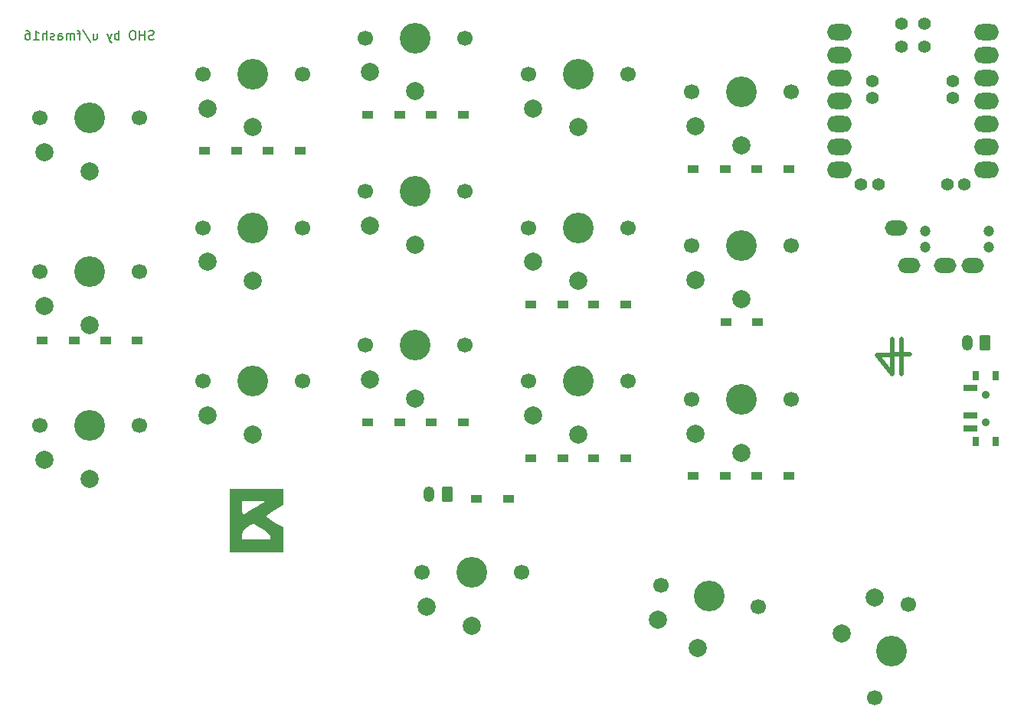
<source format=gbs>
%TF.GenerationSoftware,KiCad,Pcbnew,7.0.1*%
%TF.CreationDate,2023-08-18T18:47:56+06:00*%
%TF.ProjectId,pcb,7063622e-6b69-4636-9164-5f7063625858,rev?*%
%TF.SameCoordinates,Original*%
%TF.FileFunction,Soldermask,Bot*%
%TF.FilePolarity,Negative*%
%FSLAX46Y46*%
G04 Gerber Fmt 4.6, Leading zero omitted, Abs format (unit mm)*
G04 Created by KiCad (PCBNEW 7.0.1) date 2023-08-18 18:47:56*
%MOMM*%
%LPD*%
G01*
G04 APERTURE LIST*
G04 Aperture macros list*
%AMRoundRect*
0 Rectangle with rounded corners*
0 $1 Rounding radius*
0 $2 $3 $4 $5 $6 $7 $8 $9 X,Y pos of 4 corners*
0 Add a 4 corners polygon primitive as box body*
4,1,4,$2,$3,$4,$5,$6,$7,$8,$9,$2,$3,0*
0 Add four circle primitives for the rounded corners*
1,1,$1+$1,$2,$3*
1,1,$1+$1,$4,$5*
1,1,$1+$1,$6,$7*
1,1,$1+$1,$8,$9*
0 Add four rect primitives between the rounded corners*
20,1,$1+$1,$2,$3,$4,$5,0*
20,1,$1+$1,$4,$5,$6,$7,0*
20,1,$1+$1,$6,$7,$8,$9,0*
20,1,$1+$1,$8,$9,$2,$3,0*%
G04 Aperture macros list end*
%ADD10C,0.500000*%
%ADD11C,0.150000*%
%ADD12C,1.700000*%
%ADD13C,3.400000*%
%ADD14C,2.000000*%
%ADD15R,1.300000X0.950000*%
%ADD16C,1.200000*%
%ADD17O,2.500000X1.700000*%
%ADD18RoundRect,0.250000X0.350000X0.625000X-0.350000X0.625000X-0.350000X-0.625000X0.350000X-0.625000X0*%
%ADD19O,1.200000X1.750000*%
%ADD20C,0.900000*%
%ADD21C,1.397000*%
%ADD22R,0.800000X1.000000*%
%ADD23R,1.500000X0.700000*%
%ADD24O,2.750000X1.800000*%
G04 APERTURE END LIST*
D10*
X167210000Y-90225000D02*
X165540000Y-88075000D01*
X167210000Y-90225000D02*
X167210000Y-86325000D01*
X165540000Y-88075000D02*
X169140000Y-88045000D01*
X168240000Y-90245000D02*
X168240000Y-86345000D01*
D11*
X85589523Y-53140000D02*
X85446666Y-53187619D01*
X85446666Y-53187619D02*
X85208571Y-53187619D01*
X85208571Y-53187619D02*
X85113333Y-53140000D01*
X85113333Y-53140000D02*
X85065714Y-53092380D01*
X85065714Y-53092380D02*
X85018095Y-52997142D01*
X85018095Y-52997142D02*
X85018095Y-52901904D01*
X85018095Y-52901904D02*
X85065714Y-52806666D01*
X85065714Y-52806666D02*
X85113333Y-52759047D01*
X85113333Y-52759047D02*
X85208571Y-52711428D01*
X85208571Y-52711428D02*
X85399047Y-52663809D01*
X85399047Y-52663809D02*
X85494285Y-52616190D01*
X85494285Y-52616190D02*
X85541904Y-52568571D01*
X85541904Y-52568571D02*
X85589523Y-52473333D01*
X85589523Y-52473333D02*
X85589523Y-52378095D01*
X85589523Y-52378095D02*
X85541904Y-52282857D01*
X85541904Y-52282857D02*
X85494285Y-52235238D01*
X85494285Y-52235238D02*
X85399047Y-52187619D01*
X85399047Y-52187619D02*
X85160952Y-52187619D01*
X85160952Y-52187619D02*
X85018095Y-52235238D01*
X84589523Y-53187619D02*
X84589523Y-52187619D01*
X84589523Y-52663809D02*
X84018095Y-52663809D01*
X84018095Y-53187619D02*
X84018095Y-52187619D01*
X83351428Y-52187619D02*
X83160952Y-52187619D01*
X83160952Y-52187619D02*
X83065714Y-52235238D01*
X83065714Y-52235238D02*
X82970476Y-52330476D01*
X82970476Y-52330476D02*
X82922857Y-52520952D01*
X82922857Y-52520952D02*
X82922857Y-52854285D01*
X82922857Y-52854285D02*
X82970476Y-53044761D01*
X82970476Y-53044761D02*
X83065714Y-53140000D01*
X83065714Y-53140000D02*
X83160952Y-53187619D01*
X83160952Y-53187619D02*
X83351428Y-53187619D01*
X83351428Y-53187619D02*
X83446666Y-53140000D01*
X83446666Y-53140000D02*
X83541904Y-53044761D01*
X83541904Y-53044761D02*
X83589523Y-52854285D01*
X83589523Y-52854285D02*
X83589523Y-52520952D01*
X83589523Y-52520952D02*
X83541904Y-52330476D01*
X83541904Y-52330476D02*
X83446666Y-52235238D01*
X83446666Y-52235238D02*
X83351428Y-52187619D01*
X81732380Y-53187619D02*
X81732380Y-52187619D01*
X81732380Y-52568571D02*
X81637142Y-52520952D01*
X81637142Y-52520952D02*
X81446666Y-52520952D01*
X81446666Y-52520952D02*
X81351428Y-52568571D01*
X81351428Y-52568571D02*
X81303809Y-52616190D01*
X81303809Y-52616190D02*
X81256190Y-52711428D01*
X81256190Y-52711428D02*
X81256190Y-52997142D01*
X81256190Y-52997142D02*
X81303809Y-53092380D01*
X81303809Y-53092380D02*
X81351428Y-53140000D01*
X81351428Y-53140000D02*
X81446666Y-53187619D01*
X81446666Y-53187619D02*
X81637142Y-53187619D01*
X81637142Y-53187619D02*
X81732380Y-53140000D01*
X80922856Y-52520952D02*
X80684761Y-53187619D01*
X80446666Y-52520952D02*
X80684761Y-53187619D01*
X80684761Y-53187619D02*
X80779999Y-53425714D01*
X80779999Y-53425714D02*
X80827618Y-53473333D01*
X80827618Y-53473333D02*
X80922856Y-53520952D01*
X78875237Y-52520952D02*
X78875237Y-53187619D01*
X79303808Y-52520952D02*
X79303808Y-53044761D01*
X79303808Y-53044761D02*
X79256189Y-53140000D01*
X79256189Y-53140000D02*
X79160951Y-53187619D01*
X79160951Y-53187619D02*
X79018094Y-53187619D01*
X79018094Y-53187619D02*
X78922856Y-53140000D01*
X78922856Y-53140000D02*
X78875237Y-53092380D01*
X77684761Y-52140000D02*
X78541903Y-53425714D01*
X77494284Y-52520952D02*
X77113332Y-52520952D01*
X77351427Y-53187619D02*
X77351427Y-52330476D01*
X77351427Y-52330476D02*
X77303808Y-52235238D01*
X77303808Y-52235238D02*
X77208570Y-52187619D01*
X77208570Y-52187619D02*
X77113332Y-52187619D01*
X76779998Y-53187619D02*
X76779998Y-52520952D01*
X76779998Y-52616190D02*
X76732379Y-52568571D01*
X76732379Y-52568571D02*
X76637141Y-52520952D01*
X76637141Y-52520952D02*
X76494284Y-52520952D01*
X76494284Y-52520952D02*
X76399046Y-52568571D01*
X76399046Y-52568571D02*
X76351427Y-52663809D01*
X76351427Y-52663809D02*
X76351427Y-53187619D01*
X76351427Y-52663809D02*
X76303808Y-52568571D01*
X76303808Y-52568571D02*
X76208570Y-52520952D01*
X76208570Y-52520952D02*
X76065713Y-52520952D01*
X76065713Y-52520952D02*
X75970474Y-52568571D01*
X75970474Y-52568571D02*
X75922855Y-52663809D01*
X75922855Y-52663809D02*
X75922855Y-53187619D01*
X75018094Y-53187619D02*
X75018094Y-52663809D01*
X75018094Y-52663809D02*
X75065713Y-52568571D01*
X75065713Y-52568571D02*
X75160951Y-52520952D01*
X75160951Y-52520952D02*
X75351427Y-52520952D01*
X75351427Y-52520952D02*
X75446665Y-52568571D01*
X75018094Y-53140000D02*
X75113332Y-53187619D01*
X75113332Y-53187619D02*
X75351427Y-53187619D01*
X75351427Y-53187619D02*
X75446665Y-53140000D01*
X75446665Y-53140000D02*
X75494284Y-53044761D01*
X75494284Y-53044761D02*
X75494284Y-52949523D01*
X75494284Y-52949523D02*
X75446665Y-52854285D01*
X75446665Y-52854285D02*
X75351427Y-52806666D01*
X75351427Y-52806666D02*
X75113332Y-52806666D01*
X75113332Y-52806666D02*
X75018094Y-52759047D01*
X74589522Y-53140000D02*
X74494284Y-53187619D01*
X74494284Y-53187619D02*
X74303808Y-53187619D01*
X74303808Y-53187619D02*
X74208570Y-53140000D01*
X74208570Y-53140000D02*
X74160951Y-53044761D01*
X74160951Y-53044761D02*
X74160951Y-52997142D01*
X74160951Y-52997142D02*
X74208570Y-52901904D01*
X74208570Y-52901904D02*
X74303808Y-52854285D01*
X74303808Y-52854285D02*
X74446665Y-52854285D01*
X74446665Y-52854285D02*
X74541903Y-52806666D01*
X74541903Y-52806666D02*
X74589522Y-52711428D01*
X74589522Y-52711428D02*
X74589522Y-52663809D01*
X74589522Y-52663809D02*
X74541903Y-52568571D01*
X74541903Y-52568571D02*
X74446665Y-52520952D01*
X74446665Y-52520952D02*
X74303808Y-52520952D01*
X74303808Y-52520952D02*
X74208570Y-52568571D01*
X73732379Y-53187619D02*
X73732379Y-52187619D01*
X73303808Y-53187619D02*
X73303808Y-52663809D01*
X73303808Y-52663809D02*
X73351427Y-52568571D01*
X73351427Y-52568571D02*
X73446665Y-52520952D01*
X73446665Y-52520952D02*
X73589522Y-52520952D01*
X73589522Y-52520952D02*
X73684760Y-52568571D01*
X73684760Y-52568571D02*
X73732379Y-52616190D01*
X72303808Y-53187619D02*
X72875236Y-53187619D01*
X72589522Y-53187619D02*
X72589522Y-52187619D01*
X72589522Y-52187619D02*
X72684760Y-52330476D01*
X72684760Y-52330476D02*
X72779998Y-52425714D01*
X72779998Y-52425714D02*
X72875236Y-52473333D01*
X71446665Y-52187619D02*
X71637141Y-52187619D01*
X71637141Y-52187619D02*
X71732379Y-52235238D01*
X71732379Y-52235238D02*
X71779998Y-52282857D01*
X71779998Y-52282857D02*
X71875236Y-52425714D01*
X71875236Y-52425714D02*
X71922855Y-52616190D01*
X71922855Y-52616190D02*
X71922855Y-52997142D01*
X71922855Y-52997142D02*
X71875236Y-53092380D01*
X71875236Y-53092380D02*
X71827617Y-53140000D01*
X71827617Y-53140000D02*
X71732379Y-53187619D01*
X71732379Y-53187619D02*
X71541903Y-53187619D01*
X71541903Y-53187619D02*
X71446665Y-53140000D01*
X71446665Y-53140000D02*
X71399046Y-53092380D01*
X71399046Y-53092380D02*
X71351427Y-52997142D01*
X71351427Y-52997142D02*
X71351427Y-52759047D01*
X71351427Y-52759047D02*
X71399046Y-52663809D01*
X71399046Y-52663809D02*
X71446665Y-52616190D01*
X71446665Y-52616190D02*
X71541903Y-52568571D01*
X71541903Y-52568571D02*
X71732379Y-52568571D01*
X71732379Y-52568571D02*
X71827617Y-52616190D01*
X71827617Y-52616190D02*
X71875236Y-52663809D01*
X71875236Y-52663809D02*
X71922855Y-52759047D01*
G36*
X99867833Y-104314815D02*
G01*
X99867833Y-104708619D01*
X98857124Y-105314315D01*
X98653880Y-105434828D01*
X98271600Y-105664576D01*
X98062035Y-105832156D01*
X98031931Y-105978293D01*
X98188029Y-106143709D01*
X98537076Y-106369127D01*
X99085813Y-106695271D01*
X99867833Y-107163981D01*
X99867833Y-108522217D01*
X99867833Y-108531277D01*
X99867833Y-109898572D01*
X96927439Y-109898572D01*
X93987045Y-109898572D01*
X93987045Y-108522217D01*
X95363399Y-108522217D01*
X96927439Y-108522217D01*
X98491478Y-108522217D01*
X98491478Y-108218780D01*
X98456059Y-108054875D01*
X98312933Y-107870246D01*
X98023301Y-107644863D01*
X97548617Y-107342918D01*
X97356074Y-107226694D01*
X96961187Y-106993039D01*
X96676191Y-106831077D01*
X96552731Y-106770493D01*
X96488609Y-106796930D01*
X96258920Y-106921466D01*
X95931553Y-107113671D01*
X95687886Y-107266856D01*
X95470472Y-107453871D01*
X95380882Y-107666133D01*
X95363399Y-107989533D01*
X95363399Y-108522217D01*
X93987045Y-108522217D01*
X93987045Y-106395124D01*
X93987045Y-105018769D01*
X95363399Y-105018769D01*
X95373756Y-105360334D01*
X95407759Y-105654896D01*
X95457242Y-105767403D01*
X95524111Y-105738020D01*
X95764834Y-105604676D01*
X96126596Y-105393334D01*
X96555239Y-105136800D01*
X96996603Y-104867876D01*
X97396530Y-104619368D01*
X97700861Y-104424080D01*
X97855436Y-104314815D01*
X97810074Y-104300494D01*
X97566649Y-104283729D01*
X97158552Y-104272272D01*
X96635485Y-104268030D01*
X95363399Y-104268030D01*
X95363399Y-105018769D01*
X93987045Y-105018769D01*
X93987045Y-102891675D01*
X96927439Y-102891675D01*
X99867833Y-102891675D01*
X99867833Y-103800147D01*
X99867833Y-104314815D01*
G37*
D12*
X141620372Y-113559582D03*
D13*
X146990000Y-114750000D03*
D12*
X152359628Y-115940418D03*
D14*
X145713006Y-120510146D03*
X141286049Y-117377727D03*
D15*
X130775000Y-82500000D03*
X127225000Y-82500000D03*
D12*
X145000000Y-93000000D03*
D13*
X150500000Y-93000000D03*
D12*
X156000000Y-93000000D03*
D14*
X150500000Y-98900000D03*
X145500000Y-96800000D03*
D12*
X145000000Y-76000000D03*
D13*
X150500000Y-76000000D03*
D12*
X156000000Y-76000000D03*
D14*
X150500000Y-81900000D03*
X145500000Y-79800000D03*
D16*
X177900000Y-74375000D03*
X170900000Y-74375000D03*
X177900000Y-76125000D03*
X170900000Y-76125000D03*
D17*
X173100000Y-78225000D03*
X176100000Y-78225000D03*
X167600000Y-74025000D03*
X169100000Y-78225000D03*
D18*
X118000000Y-103500000D03*
D19*
X116000000Y-103500000D03*
D12*
X109000000Y-53000000D03*
D13*
X114500000Y-53000000D03*
D12*
X120000000Y-53000000D03*
D14*
X114500000Y-58900000D03*
X109500000Y-56800000D03*
D15*
X155775000Y-67500000D03*
X152225000Y-67500000D03*
D12*
X72980000Y-61870000D03*
D13*
X78480000Y-61870000D03*
D12*
X83980000Y-61870000D03*
D14*
X78480000Y-67770000D03*
X73480000Y-65670000D03*
D12*
X91000000Y-91000000D03*
D13*
X96500000Y-91000000D03*
D12*
X102000000Y-91000000D03*
D14*
X96500000Y-96900000D03*
X91500000Y-94800000D03*
D12*
X91000000Y-57000000D03*
D13*
X96500000Y-57000000D03*
D12*
X102000000Y-57000000D03*
D14*
X96500000Y-62900000D03*
X91500000Y-60800000D03*
D15*
X148775000Y-67500000D03*
X145225000Y-67500000D03*
X155775000Y-101500000D03*
X152225000Y-101500000D03*
X137775000Y-99500000D03*
X134225000Y-99500000D03*
X152355000Y-84440000D03*
X148805000Y-84440000D03*
X148775000Y-101500000D03*
X145225000Y-101500000D03*
D12*
X127000000Y-91000000D03*
D13*
X132500000Y-91000000D03*
D12*
X138000000Y-91000000D03*
D14*
X132500000Y-96900000D03*
X127500000Y-94800000D03*
D20*
X177580000Y-95500000D03*
X177580000Y-92500000D03*
D12*
X145000000Y-59000000D03*
D13*
X150500000Y-59000000D03*
D12*
X156000000Y-59000000D03*
D14*
X150500000Y-64900000D03*
X145500000Y-62800000D03*
D15*
X124775000Y-104000000D03*
X121225000Y-104000000D03*
D12*
X109000000Y-87000000D03*
D13*
X114500000Y-87000000D03*
D12*
X120000000Y-87000000D03*
D14*
X114500000Y-92900000D03*
X109500000Y-90800000D03*
D15*
X112775000Y-95500000D03*
X109225000Y-95500000D03*
D21*
X168230000Y-51428000D03*
X170770000Y-51428000D03*
X168230000Y-53968000D03*
X170770000Y-53968000D03*
X165055000Y-59683000D03*
X165055000Y-57778000D03*
X173310000Y-69208000D03*
X175215000Y-69208000D03*
D15*
X112775000Y-61500000D03*
X109225000Y-61500000D03*
X119775000Y-95500000D03*
X116225000Y-95500000D03*
X119775000Y-61500000D03*
X116225000Y-61500000D03*
X130775000Y-99500000D03*
X127225000Y-99500000D03*
D12*
X109000000Y-70000000D03*
D13*
X114500000Y-70000000D03*
D12*
X120000000Y-70000000D03*
D14*
X114500000Y-75900000D03*
X109500000Y-73800000D03*
D12*
X169031111Y-115721691D03*
D13*
X167150000Y-120890000D03*
D12*
X165268889Y-126058309D03*
D14*
X161605814Y-118872081D03*
X165289269Y-114891860D03*
D15*
X83775000Y-86500000D03*
X80225000Y-86500000D03*
D12*
X127000000Y-57000000D03*
D13*
X132500000Y-57000000D03*
D12*
X138000000Y-57000000D03*
D14*
X132500000Y-62900000D03*
X127500000Y-60800000D03*
D18*
X177500000Y-86750000D03*
D19*
X175500000Y-86750000D03*
D12*
X115210000Y-112130000D03*
D13*
X120710000Y-112130000D03*
D12*
X126210000Y-112130000D03*
D14*
X120710000Y-118030000D03*
X115710000Y-115930000D03*
D15*
X76775000Y-86500000D03*
X73225000Y-86500000D03*
D12*
X127000000Y-74000000D03*
D13*
X132500000Y-74000000D03*
D12*
X138000000Y-74000000D03*
D14*
X132500000Y-79900000D03*
X127500000Y-77800000D03*
D12*
X72990000Y-95870000D03*
D13*
X78490000Y-95870000D03*
D12*
X83990000Y-95870000D03*
D14*
X78490000Y-101770000D03*
X73490000Y-99670000D03*
D12*
X72990000Y-78870000D03*
D13*
X78490000Y-78870000D03*
D12*
X83990000Y-78870000D03*
D14*
X78490000Y-84770000D03*
X73490000Y-82670000D03*
D15*
X101775000Y-65500000D03*
X98225000Y-65500000D03*
X94775000Y-65500000D03*
X91225000Y-65500000D03*
X137775000Y-82500000D03*
X134225000Y-82500000D03*
D12*
X91000000Y-74000000D03*
D13*
X96500000Y-74000000D03*
D12*
X102000000Y-74000000D03*
D14*
X96500000Y-79900000D03*
X91500000Y-77800000D03*
D22*
X178680000Y-90350000D03*
X176470000Y-90350000D03*
D20*
X177580000Y-92500000D03*
X177580000Y-95500000D03*
D22*
X178680000Y-97650000D03*
X176470000Y-97650000D03*
D23*
X175820000Y-91750000D03*
X175820000Y-94750000D03*
X175820000Y-96250000D03*
D24*
X177594960Y-52380000D03*
X177594960Y-54920000D03*
X177594960Y-57460000D03*
X177594960Y-60000000D03*
X177594960Y-62540000D03*
X177594960Y-65080000D03*
X177594960Y-67620000D03*
X161405040Y-67620000D03*
X161405040Y-65080000D03*
X161405040Y-62540000D03*
X161405040Y-60000000D03*
X161405040Y-57460000D03*
X161405040Y-54920000D03*
X161405040Y-52380000D03*
D21*
X170770000Y-51428000D03*
X168230000Y-51428000D03*
X170770000Y-53968000D03*
X168230000Y-53968000D03*
X173945000Y-59683000D03*
X173945000Y-57778000D03*
X165690000Y-69208000D03*
X163785000Y-69208000D03*
M02*

</source>
